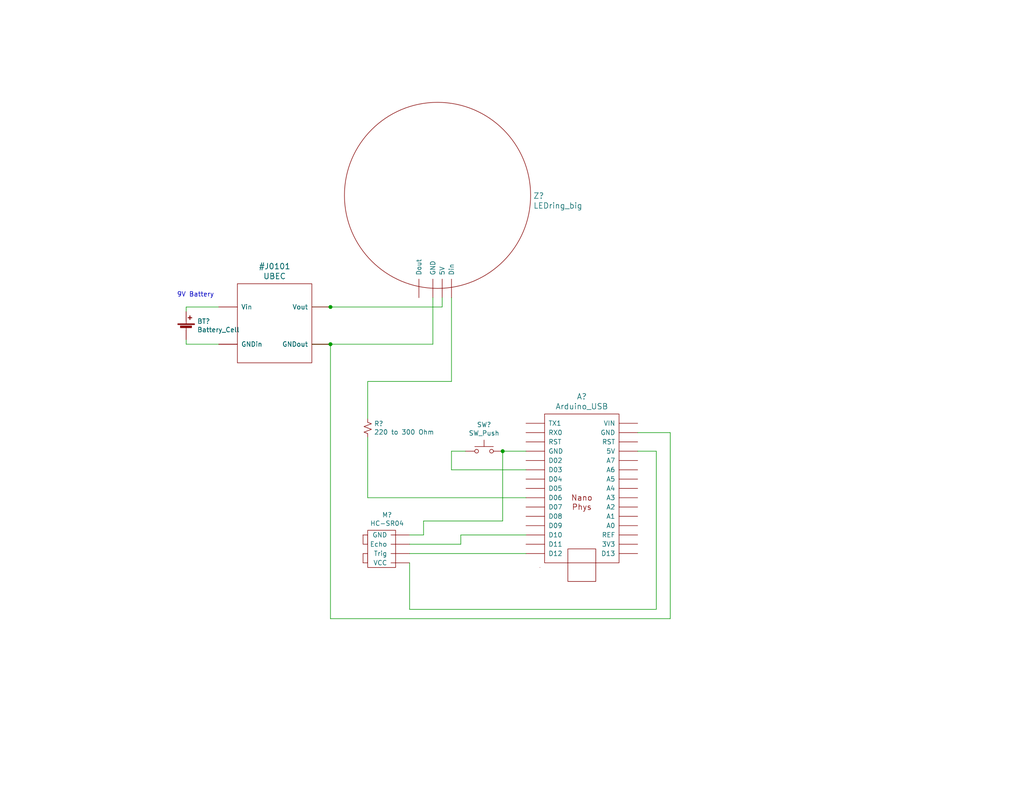
<source format=kicad_sch>
(kicad_sch (version 20230121) (generator eeschema)
  (paper "USLetter")
  (title_block (title "03 Sonar Range Detector - Extra Fun") (date "2023-04-22") (company "Author: https://github.com/Mark-MDO47/ArduinoClass/tree/master") (comment 1 "NOTE: Chips & Modules shown top view, notch at top"))
  (lib_symbols
    (symbol "03_ExtraFun-rescue:Arduino_USB-mdoLibrary" (pin_names (offset 1.016))
      (property "Reference" "A" (at 0 0 0))
      (property "Value" "mdoLibrary_Arduino_USB" (at 0 2.54 90))
      (symbol "Arduino_USB-mdoLibrary_0_0"
        (rectangle (start -10.16 20.32) (end 10.16 -20.32))
        (text "Nano" (at 0 -2.54 0) (effects (font (size 1.524 1.524))))
        (text "Phys" (at 0 -5.08 0) (effects (font (size 1.524 1.524))))
      )
      (symbol "Arduino_USB-mdoLibrary_0_1"
        (rectangle (start -11.43 -21.59) (end -11.43 -21.59))
        (rectangle (start 3.81 -25.4) (end -3.81 -16.51))
      )
      (symbol "Arduino_USB-mdoLibrary_1_1"
        (pin input line (at 15.24 -15.24 180) (length 5.08) (name "3V3") (number "~"))
        (pin input line (at 15.24 10.16 180) (length 5.08) (name "5V") (number "~"))
        (pin input line (at 15.24 -10.16 180) (length 5.08) (name "A0") (number "~"))
        (pin input line (at 15.24 -7.62 180) (length 5.08) (name "A1") (number "~"))
        (pin input line (at 15.24 -5.08 180) (length 5.08) (name "A2") (number "~"))
        (pin input line (at 15.24 -2.54 180) (length 5.08) (name "A3") (number "~"))
        (pin input line (at 15.24 0 180) (length 5.08) (name "A4") (number "~"))
        (pin input line (at 15.24 2.54 180) (length 5.08) (name "A5") (number "~"))
        (pin input line (at 15.24 5.08 180) (length 5.08) (name "A6") (number "~"))
        (pin input line (at 15.24 7.62 180) (length 5.08) (name "A7") (number "~"))
        (pin input line (at -15.24 7.62 0) (length 5.08) (name "D02") (number "~"))
        (pin input line (at -15.24 5.08 0) (length 5.08) (name "D03") (number "~"))
        (pin input line (at -15.24 2.54 0) (length 5.08) (name "D04") (number "~"))
        (pin input line (at -15.24 0 0) (length 5.08) (name "D05") (number "~"))
        (pin input line (at -15.24 -2.54 0) (length 5.08) (name "D06") (number "~"))
        (pin input line (at -15.24 -5.08 0) (length 5.08) (name "D07") (number "~"))
        (pin input line (at -15.24 -7.62 0) (length 5.08) (name "D08") (number "~"))
        (pin input line (at -15.24 -10.16 0) (length 5.08) (name "D09") (number "~"))
        (pin input line (at -15.24 -12.7 0) (length 5.08) (name "D10") (number "~"))
        (pin input line (at -15.24 -15.24 0) (length 5.08) (name "D11") (number "~"))
        (pin input line (at -15.24 -17.78 0) (length 5.08) (name "D12") (number "~"))
        (pin input line (at 15.24 -17.78 180) (length 5.08) (name "D13") (number "~"))
        (pin input line (at -15.24 10.16 0) (length 5.08) (name "GND") (number "~"))
        (pin input line (at 15.24 15.24 180) (length 5.08) (name "GND") (number "~"))
        (pin input line (at 15.24 -12.7 180) (length 5.08) (name "REF") (number "~"))
        (pin input line (at -15.24 12.7 0) (length 5.08) (name "RST") (number "~"))
        (pin input line (at 15.24 12.7 180) (length 5.08) (name "RST") (number "~"))
        (pin input line (at -15.24 15.24 0) (length 5.08) (name "RX0") (number "~"))
        (pin input line (at -15.24 17.78 0) (length 5.08) (name "TX1") (number "~"))
        (pin input line (at 15.24 17.78 180) (length 5.08) (name "VIN") (number "~"))
      )
    )
    (symbol "03_ExtraFun-rescue:HC-SR04-mdoLibrary" (pin_numbers hide) (pin_names (offset 1.016))
      (property "Reference" "M" (at 0 2.54 0))
      (property "Value" "mdoLibrary_HC-SR04" (at 3.81 0 0))
      (symbol "HC-SR04-mdoLibrary_0_1"
        (rectangle (start -2.54 -10.16) (end -2.54 -10.16))
        (rectangle (start -2.54 -2.54) (end -2.54 -2.54))
        (rectangle (start -2.54 -2.54) (end -2.54 -2.54))
        (rectangle (start -2.54 -2.54) (end -1.27 -5.08))
        (rectangle (start -1.27 -11.43) (end 6.35 -1.27))
        (rectangle (start -1.27 -10.16) (end -2.54 -7.62))
      )
      (symbol "HC-SR04-mdoLibrary_1_1"
        (pin output line (at 10.16 -5.08 180) (length 5.08) (name "Echo") (number "~"))
        (pin input line (at 10.16 -2.54 180) (length 5.08) (name "GND") (number "~"))
        (pin input line (at 10.16 -7.62 180) (length 5.08) (name "Trig") (number "~"))
        (pin input line (at 10.16 -10.16 180) (length 5.08) (name "VCC") (number "~"))
      )
    )
    (symbol "03_ExtraFun-rescue:LEDring_big-mdoLibrary" (pin_names (offset 1.016))
      (property "Reference" "Z" (at 0 0 0))
      (property "Value" "mdoLibrary_LEDring_big" (at 0 3.81 0))
      (symbol "LEDring_big-mdoLibrary_0_1"
        (circle (center 0 0) (radius 25.4))
      )
      (symbol "LEDring_big-mdoLibrary_1_0"
        (pin input line (at 1.27 -27.94 90) (length 5.08) (name "5V") (number "~"))
        (pin input line (at 3.81 -27.94 90) (length 5.08) (name "Din") (number "~"))
        (pin input line (at -5.08 -27.94 90) (length 5.08) (name "Dout") (number "~"))
        (pin input line (at -1.27 -27.94 90) (length 5.08) (name "GND") (number "~"))
      )
    )
    (symbol "03_ExtraFun-rescue:UBEC-mdoLibrary" (power) (pin_names (offset 1.016))
      (property "Reference" "J" (at 0 0 0))
      (property "Value" "UBEC-mdoLibrary" (at 0 2.54 0))
      (symbol "UBEC-mdoLibrary_0_1"
        (rectangle (start -7.62 12.7) (end 12.7 -8.89))
      )
      (symbol "UBEC-mdoLibrary_1_0"
        (pin input line (at -12.7 -3.81 0) (length 5.08) (name "GNDin") (number "~"))
        (pin input line (at 17.78 -3.81 180) (length 5.08) (name "GNDout") (number "~"))
        (pin input line (at -12.7 6.35 0) (length 5.08) (name "Vin") (number "~"))
        (pin input line (at 17.78 6.35 180) (length 5.08) (name "Vout") (number "~"))
      )
    )
    (symbol "Device:Battery_Cell" (pin_numbers hide) (pin_names (offset 0) hide)
      (property "Reference" "BT" (at 2.54 2.54 0))
      (property "Value" "Battery_Cell" (at 2.54 0 0))
      (symbol "Battery_Cell_0_1"
        (rectangle (start -2.286 1.778) (end 2.286 1.524) (fill (type outline)))
        (rectangle (start -1.5748 1.1938) (end 1.4732 0.6858) (fill (type outline)))
        (polyline (pts (xy 0 0.762) (xy 0 0)))
        (polyline (pts (xy 0 1.778) (xy 0 2.54)))
        (polyline (pts (xy 0.508 3.429) (xy 1.524 3.429)) (stroke (width 0.254)))
        (polyline (pts (xy 1.016 3.937) (xy 1.016 2.921)) (stroke (width 0.254)))
      )
      (symbol "Battery_Cell_1_1"
        (pin passive line (at 0 5.08 270) (length 2.54) (name "+") (number "1"))
        (pin passive line (at 0 -2.54 90) (length 2.54) (name "-") (number "2"))
      )
    )
    (symbol "Device:R_Small_US" (pin_numbers hide) (pin_names (offset 0.254) hide)
      (property "Reference" "R" (at 0.762 0.508 0))
      (property "Value" "R_Small_US" (at 0.762 -1.016 0))
      (symbol "R_Small_US_1_1"
        (polyline (pts (xy 0 0) (xy 1.016 -0.381) (xy 0 -0.762) (xy -1.016 -1.143) (xy 0 -1.524)))
        (polyline (pts (xy 0 1.524) (xy 1.016 1.143) (xy 0 0.762) (xy -1.016 0.381) (xy 0 0)))
        (pin passive line (at 0 2.54 270) (length 1.016) (name "~") (number "1"))
        (pin passive line (at 0 -2.54 90) (length 1.016) (name "~") (number "2"))
      )
    )
    (symbol "Switch:SW_Push" (pin_numbers hide) (pin_names (offset 1.016) hide)
      (property "Reference" "SW" (at 1.27 2.54 0))
      (property "Value" "SW_Push" (at 0 -1.524 0))
      (symbol "SW_Push_0_1"
        (circle (center -2.032 0) (radius 0.508))
        (polyline (pts (xy 0 1.27) (xy 0 3.048)))
        (polyline (pts (xy 2.54 1.27) (xy -2.54 1.27)))
        (circle (center 2.032 0) (radius 0.508))
        (pin passive line (at -5.08 0 0) (length 2.54) (name "1") (number "1"))
        (pin passive line (at 5.08 0 180) (length 2.54) (name "2") (number "2"))
      )
    )
  )
  (junction (at 90.17 83.82))
  (junction (at 137.16 123.19))
  (junction (at 90.17 93.98))
  (wire (pts (xy 125.73 148.59) (xy 111.76 148.59)))
  (wire (pts (xy 115.57 146.05) (xy 111.76 146.05)))
  (wire (pts (xy 100.33 104.14) (xy 100.33 114.3)))
  (wire (pts (xy 173.99 118.11) (xy 182.88 118.11)))
  (wire (pts (xy 50.8 83.82) (xy 59.69 83.82)))
  (wire (pts (xy 127 123.19) (xy 123.19 123.19)))
  (wire (pts (xy 137.16 123.19) (xy 137.16 142.24)))
  (wire (pts (xy 100.33 104.14) (xy 123.19 104.14)))
  (wire (pts (xy 179.07 123.19) (xy 179.07 166.37)))
  (wire (pts (xy 182.88 118.11) (xy 182.88 168.91)))
  (wire (pts (xy 111.76 166.37) (xy 111.76 153.67)))
  (wire (pts (xy 123.19 81.28) (xy 123.19 104.14)))
  (wire (pts (xy 50.8 93.98) (xy 50.8 92.71)))
  (wire (pts (xy 90.17 93.98) (xy 118.11 93.98)))
  (wire (pts (xy 123.19 123.19) (xy 123.19 128.27)))
  (wire (pts (xy 143.51 151.13) (xy 111.76 151.13)))
  (wire (pts (xy 115.57 142.24) (xy 115.57 146.05)))
  (wire (pts (xy 182.88 168.91) (xy 90.17 168.91)))
  (wire (pts (xy 100.33 119.38) (xy 100.33 135.89)))
  (wire (pts (xy 143.51 128.27) (xy 123.19 128.27)))
  (wire (pts (xy 100.33 135.89) (xy 143.51 135.89)))
  (wire (pts (xy 90.17 83.82) (xy 120.65 83.82)))
  (wire (pts (xy 125.73 146.05) (xy 125.73 148.59)))
  (wire (pts (xy 85.09 93.98) (xy 90.17 93.98)))
  (wire (pts (xy 118.11 93.98) (xy 118.11 81.28)))
  (wire (pts (xy 143.51 123.19) (xy 137.16 123.19)))
  (wire (pts (xy 50.8 85.09) (xy 50.8 83.82)))
  (wire (pts (xy 137.16 142.24) (xy 115.57 142.24)))
  (wire (pts (xy 179.07 166.37) (xy 111.76 166.37)))
  (wire (pts (xy 120.65 81.28) (xy 120.65 83.82)))
  (wire (pts (xy 85.09 83.82) (xy 90.17 83.82)))
  (wire (pts (xy 59.69 93.98) (xy 50.8 93.98)))
  (wire (pts (xy 90.17 168.91) (xy 90.17 93.98)))
  (wire (pts (xy 173.99 123.19) (xy 179.07 123.19)))
  (wire (pts (xy 143.51 146.05) (xy 125.73 146.05)))
  (text "9V Battery" (at 48.26 81.28 0) (effects (font (size 1.27 1.27)) (justify left bottom)))
  (symbol (lib_id "Device:R_Small_US") (at 100.33 116.84 0) (unit 1)
    (property "Reference" "R?" (at 102.0572 115.6716 0) (effects (justify left)))
    (property "Value" "220 to 300 Ohm" (at 102.0572 117.983 0) (effects (justify left)))
  )
  (symbol (lib_id "Switch:SW_Push") (at 132.08 123.19 0) (unit 1)
    (property "Reference" "SW?" (at 132.08 115.951 0))
    (property "Value" "SW_Push" (at 132.08 118.2624 0))
  )
  (symbol (lib_id "03_ExtraFun-rescue:Arduino_USB-mdoLibrary") (at 158.75 133.35 0) (unit 1)
    (property "Reference" "A?" (at 158.75 108.2802 0) (effects (font (size 1.524 1.524))))
    (property "Value" "Arduino_USB" (at 158.75 110.9726 0) (effects (font (size 1.524 1.524))))
  )
  (symbol (lib_id "03_ExtraFun-rescue:HC-SR04-mdoLibrary") (at 101.6 143.51 0) (unit 1)
    (property "Reference" "M?" (at 105.6132 140.589 0))
    (property "Value" "HC-SR04" (at 105.6132 142.9004 0))
  )
  (symbol (lib_id "03_ExtraFun-rescue:UBEC-mdoLibrary") (at 72.39 90.17 0) (unit 1)
    (property "Reference" "J?" (at 74.93 72.7202 0) (effects (font (size 1.524 1.524))))
    (property "Value" "UBEC" (at 74.93 75.4126 0) (effects (font (size 1.524 1.524))))
  )
  (symbol (lib_id "Device:Battery_Cell") (at 50.8 90.17 0) (unit 1)
    (property "Reference" "BT?" (at 53.7972 87.7316 0) (effects (justify left)))
    (property "Value" "Battery_Cell" (at 53.7972 90.043 0) (effects (justify left)))
  )
  (symbol (lib_id "03_ExtraFun-rescue:LEDring_big-mdoLibrary") (at 119.38 53.34 0) (unit 1)
    (property "Reference" "Z?" (at 145.4912 53.467 0) (effects (font (size 1.524 1.524)) (justify left)))
    (property "Value" "LEDring_big" (at 145.4912 56.1594 0) (effects (font (size 1.524 1.524)) (justify left)))
  )
)
</source>
